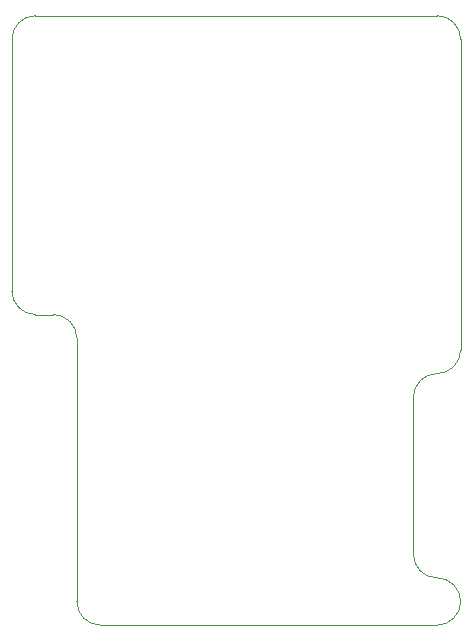
<source format=gm1>
G04 #@! TF.FileFunction,Profile,NP*
%FSLAX46Y46*%
G04 Gerber Fmt 4.6, Leading zero omitted, Abs format (unit mm)*
G04 Created by KiCad (PCBNEW 4.0.4-stable) date Thursday, September 28, 2017 'AMt' 07:08:36 AM*
%MOMM*%
%LPD*%
G01*
G04 APERTURE LIST*
%ADD10C,0.100000*%
G04 APERTURE END LIST*
D10*
X176000000Y-147300000D02*
G75*
G03X178000000Y-145300000I0J2000000D01*
G01*
X178000000Y-145300000D02*
G75*
G03X176000000Y-143300000I-2000000J0D01*
G01*
X174000000Y-141300000D02*
G75*
G03X176000000Y-143300000I2000000J0D01*
G01*
X176000000Y-126000000D02*
G75*
G03X174000000Y-128000000I0J-2000000D01*
G01*
X176000000Y-126000000D02*
G75*
G03X178000000Y-124000000I0J2000000D01*
G01*
X178000000Y-97700000D02*
G75*
G03X176000000Y-95700000I-2000000J0D01*
G01*
X142000000Y-95700000D02*
G75*
G03X140000000Y-97700000I0J-2000000D01*
G01*
X145500000Y-145300000D02*
G75*
G03X147500000Y-147300000I2000000J0D01*
G01*
X145500000Y-123000000D02*
G75*
G03X143500000Y-121000000I-2000000J0D01*
G01*
X140000000Y-119000000D02*
G75*
G03X142000000Y-121000000I2000000J0D01*
G01*
X174000000Y-128000000D02*
X174000000Y-141300000D01*
X143500000Y-121000000D02*
X142000000Y-121000000D01*
X145500000Y-145300000D02*
X145500000Y-123000000D01*
X176000000Y-147300000D02*
X147500000Y-147300000D01*
X140000000Y-119000000D02*
X140000000Y-97700000D01*
X142000000Y-95700000D02*
X176000000Y-95700000D01*
X178000000Y-97700000D02*
X178000000Y-124000000D01*
M02*

</source>
